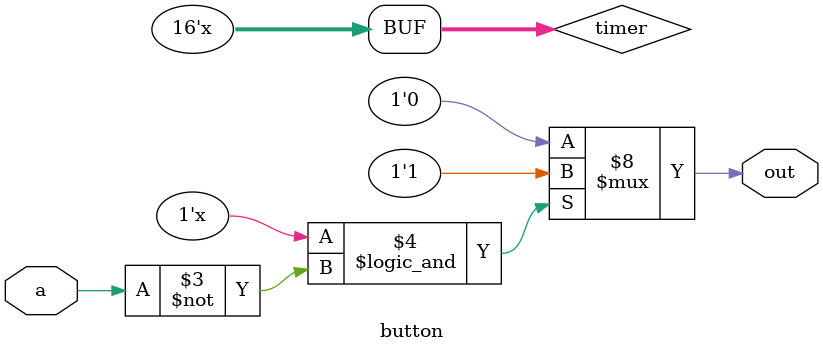
<source format=v>
module button(
    a, out
);
    input a;
    output reg out;
    reg [15:0] timer;

    initial begin
        timer <= 15'b0;
    end

    always @(!a) begin
        if(timer == 16'b1_1111_1111 && a == 1'b0) begin
            timer <= 16'b0;
            out <= 1'b1;
        end
        else
            out <= 1'b0;
            timer <= timer + 16'b1;
    end

endmodule
</source>
